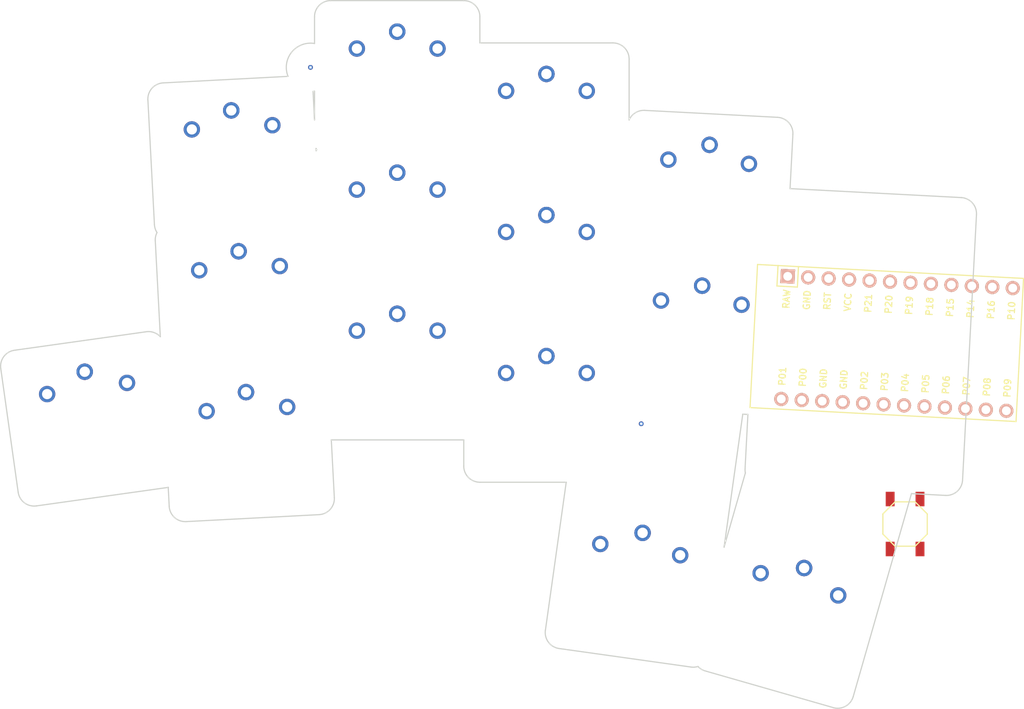
<source format=kicad_pcb>

            
(kicad_pcb (version 20171130) (host pcbnew 5.1.6)

  (page A3)
  (title_block
    (title ptk)
    (rev 0.4)
    (company jcmkk3)
  )

  (general
    (thickness 1.6)
  )

  (layers
    (0 F.Cu signal)
    (31 B.Cu signal)
    (32 B.Adhes user)
    (33 F.Adhes user)
    (34 B.Paste user)
    (35 F.Paste user)
    (36 B.SilkS user)
    (37 F.SilkS user)
    (38 B.Mask user)
    (39 F.Mask user)
    (40 Dwgs.User user)
    (41 Cmts.User user)
    (42 Eco1.User user)
    (43 Eco2.User user)
    (44 Edge.Cuts user)
    (45 Margin user)
    (46 B.CrtYd user)
    (47 F.CrtYd user)
    (48 B.Fab user)
    (49 F.Fab user)
  )

  (setup
    (last_trace_width 0.25)
    (trace_clearance 0.2)
    (zone_clearance 0.508)
    (zone_45_only no)
    (trace_min 0.2)
    (via_size 0.8)
    (via_drill 0.4)
    (via_min_size 0.4)
    (via_min_drill 0.3)
    (uvia_size 0.3)
    (uvia_drill 0.1)
    (uvias_allowed no)
    (uvia_min_size 0.2)
    (uvia_min_drill 0.1)
    (edge_width 0.05)
    (segment_width 0.2)
    (pcb_text_width 0.3)
    (pcb_text_size 1.5 1.5)
    (mod_edge_width 0.12)
    (mod_text_size 1 1)
    (mod_text_width 0.15)
    (pad_size 1.524 1.524)
    (pad_drill 0.762)
    (pad_to_mask_clearance 0.05)
    (aux_axis_origin 0 0)
    (visible_elements FFFFFF7F)
    (pcbplotparams
      (layerselection 0x010fc_ffffffff)
      (usegerberextensions false)
      (usegerberattributes true)
      (usegerberadvancedattributes true)
      (creategerberjobfile true)
      (excludeedgelayer true)
      (linewidth 0.100000)
      (plotframeref false)
      (viasonmask false)
      (mode 1)
      (useauxorigin false)
      (hpglpennumber 1)
      (hpglpenspeed 20)
      (hpglpendiameter 15.000000)
      (psnegative false)
      (psa4output false)
      (plotreference true)
      (plotvalue true)
      (plotinvisibletext false)
      (padsonsilk false)
      (subtractmaskfromsilk false)
      (outputformat 1)
      (mirror false)
      (drillshape 1)
      (scaleselection 1)
      (outputdirectory ""))
  )

            (net 0 "")
(net 1 "GND")
(net 2 "matrix_pinky_home")
(net 3 "matrix_ring_bottom")
(net 4 "matrix_ring_home")
(net 5 "matrix_ring_top")
(net 6 "matrix_middle_bottom")
(net 7 "matrix_middle_home")
(net 8 "matrix_middle_top")
(net 9 "matrix_index_bottom")
(net 10 "matrix_index_home")
(net 11 "matrix_index_top")
(net 12 "matrix_inner_home")
(net 13 "matrix_inner_top")
(net 14 "thumb_tucky")
(net 15 "thumb_reachy")
(net 16 "RAW")
(net 17 "RST")
(net 18 "VCC")
(net 19 "matrix_pinky_top")
(net 20 "P1")
(net 21 "P0")
(net 22 "P2")
            
  (net_class Default "This is the default net class."
    (clearance 0.2)
    (trace_width 0.25)
    (via_dia 0.8)
    (via_drill 0.4)
    (uvia_dia 0.3)
    (uvia_drill 0.1)
    (add_net "")
(add_net "GND")
(add_net "matrix_pinky_home")
(add_net "matrix_ring_bottom")
(add_net "matrix_ring_home")
(add_net "matrix_ring_top")
(add_net "matrix_middle_bottom")
(add_net "matrix_middle_home")
(add_net "matrix_middle_top")
(add_net "matrix_index_bottom")
(add_net "matrix_index_home")
(add_net "matrix_index_top")
(add_net "matrix_inner_home")
(add_net "matrix_inner_top")
(add_net "thumb_tucky")
(add_net "thumb_reachy")
(add_net "RAW")
(add_net "RST")
(add_net "VCC")
(add_net "matrix_pinky_top")
(add_net "P1")
(add_net "P0")
(add_net "P2")
  )

            
        
      (module PG1350 (layer F.Cu) (tedit 5DD50112)
      (at 171.1558392 140.042596 8)

      
      (fp_text reference "S1" (at 0 0) (layer F.SilkS) hide (effects (font (size 1.27 1.27) (thickness 0.15))))
      (fp_text value "" (at 0 0) (layer F.SilkS) hide (effects (font (size 1.27 1.27) (thickness 0.15))))

      
      (fp_line (start -7 -6) (end -7 -7) (layer Dwgs.User) (width 0.15))
      (fp_line (start -7 7) (end -6 7) (layer Dwgs.User) (width 0.15))
      (fp_line (start -6 -7) (end -7 -7) (layer Dwgs.User) (width 0.15))
      (fp_line (start -7 7) (end -7 6) (layer Dwgs.User) (width 0.15))
      (fp_line (start 7 6) (end 7 7) (layer Dwgs.User) (width 0.15))
      (fp_line (start 7 -7) (end 6 -7) (layer Dwgs.User) (width 0.15))
      (fp_line (start 6 7) (end 7 7) (layer Dwgs.User) (width 0.15))
      (fp_line (start 7 -7) (end 7 -6) (layer Dwgs.User) (width 0.15))      
      
      
      (pad "" np_thru_hole circle (at 0 0) (size 3.429 3.429) (drill 3.429) (layers *.Cu *.Mask))
        
      
      (pad "" np_thru_hole circle (at 5.5 0) (size 1.7018 1.7018) (drill 1.7018) (layers *.Cu *.Mask))
      (pad "" np_thru_hole circle (at -5.5 0) (size 1.7018 1.7018) (drill 1.7018) (layers *.Cu *.Mask))
      
        
      
      (fp_line (start -9 -8.5) (end 9 -8.5) (layer Dwgs.User) (width 0.15))
      (fp_line (start 9 -8.5) (end 9 8.5) (layer Dwgs.User) (width 0.15))
      (fp_line (start 9 8.5) (end -9 8.5) (layer Dwgs.User) (width 0.15))
      (fp_line (start -9 8.5) (end -9 -8.5) (layer Dwgs.User) (width 0.15))
      
        
            
            (pad 1 thru_hole circle (at 5 -3.8) (size 2.032 2.032) (drill 1.27) (layers *.Cu *.Mask) (net 1 "GND"))
            (pad 2 thru_hole circle (at 0 -5.9) (size 2.032 2.032) (drill 1.27) (layers *.Cu *.Mask) (net 2 "matrix_pinky_home"))
          
        
            
            (pad 1 thru_hole circle (at -5 -3.8) (size 2.032 2.032) (drill 1.27) (layers *.Cu *.Mask) (net 1 "GND"))
            (pad 2 thru_hole circle (at -0 -5.9) (size 2.032 2.032) (drill 1.27) (layers *.Cu *.Mask) (net 2 "matrix_pinky_home"))
          )
        

        
      (module PG1350 (layer F.Cu) (tedit 5DD50112)
      (at 190.640643 142.6249937 3)

      
      (fp_text reference "S2" (at 0 0) (layer F.SilkS) hide (effects (font (size 1.27 1.27) (thickness 0.15))))
      (fp_text value "" (at 0 0) (layer F.SilkS) hide (effects (font (size 1.27 1.27) (thickness 0.15))))

      
      (fp_line (start -7 -6) (end -7 -7) (layer Dwgs.User) (width 0.15))
      (fp_line (start -7 7) (end -6 7) (layer Dwgs.User) (width 0.15))
      (fp_line (start -6 -7) (end -7 -7) (layer Dwgs.User) (width 0.15))
      (fp_line (start -7 7) (end -7 6) (layer Dwgs.User) (width 0.15))
      (fp_line (start 7 6) (end 7 7) (layer Dwgs.User) (width 0.15))
      (fp_line (start 7 -7) (end 6 -7) (layer Dwgs.User) (width 0.15))
      (fp_line (start 6 7) (end 7 7) (layer Dwgs.User) (width 0.15))
      (fp_line (start 7 -7) (end 7 -6) (layer Dwgs.User) (width 0.15))      
      
      
      (pad "" np_thru_hole circle (at 0 0) (size 3.429 3.429) (drill 3.429) (layers *.Cu *.Mask))
        
      
      (pad "" np_thru_hole circle (at 5.5 0) (size 1.7018 1.7018) (drill 1.7018) (layers *.Cu *.Mask))
      (pad "" np_thru_hole circle (at -5.5 0) (size 1.7018 1.7018) (drill 1.7018) (layers *.Cu *.Mask))
      
        
      
      (fp_line (start -9 -8.5) (end 9 -8.5) (layer Dwgs.User) (width 0.15))
      (fp_line (start 9 -8.5) (end 9 8.5) (layer Dwgs.User) (width 0.15))
      (fp_line (start 9 8.5) (end -9 8.5) (layer Dwgs.User) (width 0.15))
      (fp_line (start -9 8.5) (end -9 -8.5) (layer Dwgs.User) (width 0.15))
      
        
            
            (pad 1 thru_hole circle (at 5 -3.8) (size 2.032 2.032) (drill 1.27) (layers *.Cu *.Mask) (net 1 "GND"))
            (pad 2 thru_hole circle (at 0 -5.9) (size 2.032 2.032) (drill 1.27) (layers *.Cu *.Mask) (net 3 "matrix_ring_bottom"))
          
        
            
            (pad 1 thru_hole circle (at -5 -3.8) (size 2.032 2.032) (drill 1.27) (layers *.Cu *.Mask) (net 1 "GND"))
            (pad 2 thru_hole circle (at -0 -5.9) (size 2.032 2.032) (drill 1.27) (layers *.Cu *.Mask) (net 3 "matrix_ring_bottom"))
          )
        

        
      (module PG1350 (layer F.Cu) (tedit 5DD50112)
      (at 189.7247637 125.1489768 3)

      
      (fp_text reference "S3" (at 0 0) (layer F.SilkS) hide (effects (font (size 1.27 1.27) (thickness 0.15))))
      (fp_text value "" (at 0 0) (layer F.SilkS) hide (effects (font (size 1.27 1.27) (thickness 0.15))))

      
      (fp_line (start -7 -6) (end -7 -7) (layer Dwgs.User) (width 0.15))
      (fp_line (start -7 7) (end -6 7) (layer Dwgs.User) (width 0.15))
      (fp_line (start -6 -7) (end -7 -7) (layer Dwgs.User) (width 0.15))
      (fp_line (start -7 7) (end -7 6) (layer Dwgs.User) (width 0.15))
      (fp_line (start 7 6) (end 7 7) (layer Dwgs.User) (width 0.15))
      (fp_line (start 7 -7) (end 6 -7) (layer Dwgs.User) (width 0.15))
      (fp_line (start 6 7) (end 7 7) (layer Dwgs.User) (width 0.15))
      (fp_line (start 7 -7) (end 7 -6) (layer Dwgs.User) (width 0.15))      
      
      
      (pad "" np_thru_hole circle (at 0 0) (size 3.429 3.429) (drill 3.429) (layers *.Cu *.Mask))
        
      
      (pad "" np_thru_hole circle (at 5.5 0) (size 1.7018 1.7018) (drill 1.7018) (layers *.Cu *.Mask))
      (pad "" np_thru_hole circle (at -5.5 0) (size 1.7018 1.7018) (drill 1.7018) (layers *.Cu *.Mask))
      
        
      
      (fp_line (start -9 -8.5) (end 9 -8.5) (layer Dwgs.User) (width 0.15))
      (fp_line (start 9 -8.5) (end 9 8.5) (layer Dwgs.User) (width 0.15))
      (fp_line (start 9 8.5) (end -9 8.5) (layer Dwgs.User) (width 0.15))
      (fp_line (start -9 8.5) (end -9 -8.5) (layer Dwgs.User) (width 0.15))
      
        
            
            (pad 1 thru_hole circle (at 5 -3.8) (size 2.032 2.032) (drill 1.27) (layers *.Cu *.Mask) (net 1 "GND"))
            (pad 2 thru_hole circle (at 0 -5.9) (size 2.032 2.032) (drill 1.27) (layers *.Cu *.Mask) (net 4 "matrix_ring_home"))
          
        
            
            (pad 1 thru_hole circle (at -5 -3.8) (size 2.032 2.032) (drill 1.27) (layers *.Cu *.Mask) (net 1 "GND"))
            (pad 2 thru_hole circle (at -0 -5.9) (size 2.032 2.032) (drill 1.27) (layers *.Cu *.Mask) (net 4 "matrix_ring_home"))
          )
        

        
      (module PG1350 (layer F.Cu) (tedit 5DD50112)
      (at 188.8088845 107.67296 3)

      
      (fp_text reference "S4" (at 0 0) (layer F.SilkS) hide (effects (font (size 1.27 1.27) (thickness 0.15))))
      (fp_text value "" (at 0 0) (layer F.SilkS) hide (effects (font (size 1.27 1.27) (thickness 0.15))))

      
      (fp_line (start -7 -6) (end -7 -7) (layer Dwgs.User) (width 0.15))
      (fp_line (start -7 7) (end -6 7) (layer Dwgs.User) (width 0.15))
      (fp_line (start -6 -7) (end -7 -7) (layer Dwgs.User) (width 0.15))
      (fp_line (start -7 7) (end -7 6) (layer Dwgs.User) (width 0.15))
      (fp_line (start 7 6) (end 7 7) (layer Dwgs.User) (width 0.15))
      (fp_line (start 7 -7) (end 6 -7) (layer Dwgs.User) (width 0.15))
      (fp_line (start 6 7) (end 7 7) (layer Dwgs.User) (width 0.15))
      (fp_line (start 7 -7) (end 7 -6) (layer Dwgs.User) (width 0.15))      
      
      
      (pad "" np_thru_hole circle (at 0 0) (size 3.429 3.429) (drill 3.429) (layers *.Cu *.Mask))
        
      
      (pad "" np_thru_hole circle (at 5.5 0) (size 1.7018 1.7018) (drill 1.7018) (layers *.Cu *.Mask))
      (pad "" np_thru_hole circle (at -5.5 0) (size 1.7018 1.7018) (drill 1.7018) (layers *.Cu *.Mask))
      
        
      
      (fp_line (start -9 -8.5) (end 9 -8.5) (layer Dwgs.User) (width 0.15))
      (fp_line (start 9 -8.5) (end 9 8.5) (layer Dwgs.User) (width 0.15))
      (fp_line (start 9 8.5) (end -9 8.5) (layer Dwgs.User) (width 0.15))
      (fp_line (start -9 8.5) (end -9 -8.5) (layer Dwgs.User) (width 0.15))
      
        
            
            (pad 1 thru_hole circle (at 5 -3.8) (size 2.032 2.032) (drill 1.27) (layers *.Cu *.Mask) (net 1 "GND"))
            (pad 2 thru_hole circle (at 0 -5.9) (size 2.032 2.032) (drill 1.27) (layers *.Cu *.Mask) (net 5 "matrix_ring_top"))
          
        
            
            (pad 1 thru_hole circle (at -5 -3.8) (size 2.032 2.032) (drill 1.27) (layers *.Cu *.Mask) (net 1 "GND"))
            (pad 2 thru_hole circle (at -0 -5.9) (size 2.032 2.032) (drill 1.27) (layers *.Cu *.Mask) (net 5 "matrix_ring_top"))
          )
        

        
      (module PG1350 (layer F.Cu) (tedit 5DD50112)
      (at 209.0760375 132.9078063 0)

      
      (fp_text reference "S5" (at 0 0) (layer F.SilkS) hide (effects (font (size 1.27 1.27) (thickness 0.15))))
      (fp_text value "" (at 0 0) (layer F.SilkS) hide (effects (font (size 1.27 1.27) (thickness 0.15))))

      
      (fp_line (start -7 -6) (end -7 -7) (layer Dwgs.User) (width 0.15))
      (fp_line (start -7 7) (end -6 7) (layer Dwgs.User) (width 0.15))
      (fp_line (start -6 -7) (end -7 -7) (layer Dwgs.User) (width 0.15))
      (fp_line (start -7 7) (end -7 6) (layer Dwgs.User) (width 0.15))
      (fp_line (start 7 6) (end 7 7) (layer Dwgs.User) (width 0.15))
      (fp_line (start 7 -7) (end 6 -7) (layer Dwgs.User) (width 0.15))
      (fp_line (start 6 7) (end 7 7) (layer Dwgs.User) (width 0.15))
      (fp_line (start 7 -7) (end 7 -6) (layer Dwgs.User) (width 0.15))      
      
      
      (pad "" np_thru_hole circle (at 0 0) (size 3.429 3.429) (drill 3.429) (layers *.Cu *.Mask))
        
      
      (pad "" np_thru_hole circle (at 5.5 0) (size 1.7018 1.7018) (drill 1.7018) (layers *.Cu *.Mask))
      (pad "" np_thru_hole circle (at -5.5 0) (size 1.7018 1.7018) (drill 1.7018) (layers *.Cu *.Mask))
      
        
      
      (fp_line (start -9 -8.5) (end 9 -8.5) (layer Dwgs.User) (width 0.15))
      (fp_line (start 9 -8.5) (end 9 8.5) (layer Dwgs.User) (width 0.15))
      (fp_line (start 9 8.5) (end -9 8.5) (layer Dwgs.User) (width 0.15))
      (fp_line (start -9 8.5) (end -9 -8.5) (layer Dwgs.User) (width 0.15))
      
        
            
            (pad 1 thru_hole circle (at 5 -3.8) (size 2.032 2.032) (drill 1.27) (layers *.Cu *.Mask) (net 1 "GND"))
            (pad 2 thru_hole circle (at 0 -5.9) (size 2.032 2.032) (drill 1.27) (layers *.Cu *.Mask) (net 6 "matrix_middle_bottom"))
          
        
            
            (pad 1 thru_hole circle (at -5 -3.8) (size 2.032 2.032) (drill 1.27) (layers *.Cu *.Mask) (net 1 "GND"))
            (pad 2 thru_hole circle (at -0 -5.9) (size 2.032 2.032) (drill 1.27) (layers *.Cu *.Mask) (net 6 "matrix_middle_bottom"))
          )
        

        
      (module PG1350 (layer F.Cu) (tedit 5DD50112)
      (at 209.0760375 115.4078063 0)

      
      (fp_text reference "S6" (at 0 0) (layer F.SilkS) hide (effects (font (size 1.27 1.27) (thickness 0.15))))
      (fp_text value "" (at 0 0) (layer F.SilkS) hide (effects (font (size 1.27 1.27) (thickness 0.15))))

      
      (fp_line (start -7 -6) (end -7 -7) (layer Dwgs.User) (width 0.15))
      (fp_line (start -7 7) (end -6 7) (layer Dwgs.User) (width 0.15))
      (fp_line (start -6 -7) (end -7 -7) (layer Dwgs.User) (width 0.15))
      (fp_line (start -7 7) (end -7 6) (layer Dwgs.User) (width 0.15))
      (fp_line (start 7 6) (end 7 7) (layer Dwgs.User) (width 0.15))
      (fp_line (start 7 -7) (end 6 -7) (layer Dwgs.User) (width 0.15))
      (fp_line (start 6 7) (end 7 7) (layer Dwgs.User) (width 0.15))
      (fp_line (start 7 -7) (end 7 -6) (layer Dwgs.User) (width 0.15))      
      
      
      (pad "" np_thru_hole circle (at 0 0) (size 3.429 3.429) (drill 3.429) (layers *.Cu *.Mask))
        
      
      (pad "" np_thru_hole circle (at 5.5 0) (size 1.7018 1.7018) (drill 1.7018) (layers *.Cu *.Mask))
      (pad "" np_thru_hole circle (at -5.5 0) (size 1.7018 1.7018) (drill 1.7018) (layers *.Cu *.Mask))
      
        
      
      (fp_line (start -9 -8.5) (end 9 -8.5) (layer Dwgs.User) (width 0.15))
      (fp_line (start 9 -8.5) (end 9 8.5) (layer Dwgs.User) (width 0.15))
      (fp_line (start 9 8.5) (end -9 8.5) (layer Dwgs.User) (width 0.15))
      (fp_line (start -9 8.5) (end -9 -8.5) (layer Dwgs.User) (width 0.15))
      
        
            
            (pad 1 thru_hole circle (at 5 -3.8) (size 2.032 2.032) (drill 1.27) (layers *.Cu *.Mask) (net 1 "GND"))
            (pad 2 thru_hole circle (at 0 -5.9) (size 2.032 2.032) (drill 1.27) (layers *.Cu *.Mask) (net 7 "matrix_middle_home"))
          
        
            
            (pad 1 thru_hole circle (at -5 -3.8) (size 2.032 2.032) (drill 1.27) (layers *.Cu *.Mask) (net 1 "GND"))
            (pad 2 thru_hole circle (at -0 -5.9) (size 2.032 2.032) (drill 1.27) (layers *.Cu *.Mask) (net 7 "matrix_middle_home"))
          )
        

        
      (module PG1350 (layer F.Cu) (tedit 5DD50112)
      (at 209.0760375 97.9078063 0)

      
      (fp_text reference "S7" (at 0 0) (layer F.SilkS) hide (effects (font (size 1.27 1.27) (thickness 0.15))))
      (fp_text value "" (at 0 0) (layer F.SilkS) hide (effects (font (size 1.27 1.27) (thickness 0.15))))

      
      (fp_line (start -7 -6) (end -7 -7) (layer Dwgs.User) (width 0.15))
      (fp_line (start -7 7) (end -6 7) (layer Dwgs.User) (width 0.15))
      (fp_line (start -6 -7) (end -7 -7) (layer Dwgs.User) (width 0.15))
      (fp_line (start -7 7) (end -7 6) (layer Dwgs.User) (width 0.15))
      (fp_line (start 7 6) (end 7 7) (layer Dwgs.User) (width 0.15))
      (fp_line (start 7 -7) (end 6 -7) (layer Dwgs.User) (width 0.15))
      (fp_line (start 6 7) (end 7 7) (layer Dwgs.User) (width 0.15))
      (fp_line (start 7 -7) (end 7 -6) (layer Dwgs.User) (width 0.15))      
      
      
      (pad "" np_thru_hole circle (at 0 0) (size 3.429 3.429) (drill 3.429) (layers *.Cu *.Mask))
        
      
      (pad "" np_thru_hole circle (at 5.5 0) (size 1.7018 1.7018) (drill 1.7018) (layers *.Cu *.Mask))
      (pad "" np_thru_hole circle (at -5.5 0) (size 1.7018 1.7018) (drill 1.7018) (layers *.Cu *.Mask))
      
        
      
      (fp_line (start -9 -8.5) (end 9 -8.5) (layer Dwgs.User) (width 0.15))
      (fp_line (start 9 -8.5) (end 9 8.5) (layer Dwgs.User) (width 0.15))
      (fp_line (start 9 8.5) (end -9 8.5) (layer Dwgs.User) (width 0.15))
      (fp_line (start -9 8.5) (end -9 -8.5) (layer Dwgs.User) (width 0.15))
      
        
            
            (pad 1 thru_hole circle (at 5 -3.8) (size 2.032 2.032) (drill 1.27) (layers *.Cu *.Mask) (net 1 "GND"))
            (pad 2 thru_hole circle (at 0 -5.9) (size 2.032 2.032) (drill 1.27) (layers *.Cu *.Mask) (net 8 "matrix_middle_top"))
          
        
            
            (pad 1 thru_hole circle (at -5 -3.8) (size 2.032 2.032) (drill 1.27) (layers *.Cu *.Mask) (net 1 "GND"))
            (pad 2 thru_hole circle (at -0 -5.9) (size 2.032 2.032) (drill 1.27) (layers *.Cu *.Mask) (net 8 "matrix_middle_top"))
          )
        

        
      (module PG1350 (layer F.Cu) (tedit 5DD50112)
      (at 227.5760374 138.1578063 0)

      
      (fp_text reference "S8" (at 0 0) (layer F.SilkS) hide (effects (font (size 1.27 1.27) (thickness 0.15))))
      (fp_text value "" (at 0 0) (layer F.SilkS) hide (effects (font (size 1.27 1.27) (thickness 0.15))))

      
      (fp_line (start -7 -6) (end -7 -7) (layer Dwgs.User) (width 0.15))
      (fp_line (start -7 7) (end -6 7) (layer Dwgs.User) (width 0.15))
      (fp_line (start -6 -7) (end -7 -7) (layer Dwgs.User) (width 0.15))
      (fp_line (start -7 7) (end -7 6) (layer Dwgs.User) (width 0.15))
      (fp_line (start 7 6) (end 7 7) (layer Dwgs.User) (width 0.15))
      (fp_line (start 7 -7) (end 6 -7) (layer Dwgs.User) (width 0.15))
      (fp_line (start 6 7) (end 7 7) (layer Dwgs.User) (width 0.15))
      (fp_line (start 7 -7) (end 7 -6) (layer Dwgs.User) (width 0.15))      
      
      
      (pad "" np_thru_hole circle (at 0 0) (size 3.429 3.429) (drill 3.429) (layers *.Cu *.Mask))
        
      
      (pad "" np_thru_hole circle (at 5.5 0) (size 1.7018 1.7018) (drill 1.7018) (layers *.Cu *.Mask))
      (pad "" np_thru_hole circle (at -5.5 0) (size 1.7018 1.7018) (drill 1.7018) (layers *.Cu *.Mask))
      
        
      
      (fp_line (start -9 -8.5) (end 9 -8.5) (layer Dwgs.User) (width 0.15))
      (fp_line (start 9 -8.5) (end 9 8.5) (layer Dwgs.User) (width 0.15))
      (fp_line (start 9 8.5) (end -9 8.5) (layer Dwgs.User) (width 0.15))
      (fp_line (start -9 8.5) (end -9 -8.5) (layer Dwgs.User) (width 0.15))
      
        
            
            (pad 1 thru_hole circle (at 5 -3.8) (size 2.032 2.032) (drill 1.27) (layers *.Cu *.Mask) (net 1 "GND"))
            (pad 2 thru_hole circle (at 0 -5.9) (size 2.032 2.032) (drill 1.27) (layers *.Cu *.Mask) (net 9 "matrix_index_bottom"))
          
        
            
            (pad 1 thru_hole circle (at -5 -3.8) (size 2.032 2.032) (drill 1.27) (layers *.Cu *.Mask) (net 1 "GND"))
            (pad 2 thru_hole circle (at -0 -5.9) (size 2.032 2.032) (drill 1.27) (layers *.Cu *.Mask) (net 9 "matrix_index_bottom"))
          )
        

        
      (module PG1350 (layer F.Cu) (tedit 5DD50112)
      (at 227.5760374 120.6578063 0)

      
      (fp_text reference "S9" (at 0 0) (layer F.SilkS) hide (effects (font (size 1.27 1.27) (thickness 0.15))))
      (fp_text value "" (at 0 0) (layer F.SilkS) hide (effects (font (size 1.27 1.27) (thickness 0.15))))

      
      (fp_line (start -7 -6) (end -7 -7) (layer Dwgs.User) (width 0.15))
      (fp_line (start -7 7) (end -6 7) (layer Dwgs.User) (width 0.15))
      (fp_line (start -6 -7) (end -7 -7) (layer Dwgs.User) (width 0.15))
      (fp_line (start -7 7) (end -7 6) (layer Dwgs.User) (width 0.15))
      (fp_line (start 7 6) (end 7 7) (layer Dwgs.User) (width 0.15))
      (fp_line (start 7 -7) (end 6 -7) (layer Dwgs.User) (width 0.15))
      (fp_line (start 6 7) (end 7 7) (layer Dwgs.User) (width 0.15))
      (fp_line (start 7 -7) (end 7 -6) (layer Dwgs.User) (width 0.15))      
      
      
      (pad "" np_thru_hole circle (at 0 0) (size 3.429 3.429) (drill 3.429) (layers *.Cu *.Mask))
        
      
      (pad "" np_thru_hole circle (at 5.5 0) (size 1.7018 1.7018) (drill 1.7018) (layers *.Cu *.Mask))
      (pad "" np_thru_hole circle (at -5.5 0) (size 1.7018 1.7018) (drill 1.7018) (layers *.Cu *.Mask))
      
        
      
      (fp_line (start -9 -8.5) (end 9 -8.5) (layer Dwgs.User) (width 0.15))
      (fp_line (start 9 -8.5) (end 9 8.5) (layer Dwgs.User) (width 0.15))
      (fp_line (start 9 8.5) (end -9 8.5) (layer Dwgs.User) (width 0.15))
      (fp_line (start -9 8.5) (end -9 -8.5) (layer Dwgs.User) (width 0.15))
      
        
            
            (pad 1 thru_hole circle (at 5 -3.8) (size 2.032 2.032) (drill 1.27) (layers *.Cu *.Mask) (net 1 "GND"))
            (pad 2 thru_hole circle (at 0 -5.9) (size 2.032 2.032) (drill 1.27) (layers *.Cu *.Mask) (net 10 "matrix_index_home"))
          
        
            
            (pad 1 thru_hole circle (at -5 -3.8) (size 2.032 2.032) (drill 1.27) (layers *.Cu *.Mask) (net 1 "GND"))
            (pad 2 thru_hole circle (at -0 -5.9) (size 2.032 2.032) (drill 1.27) (layers *.Cu *.Mask) (net 10 "matrix_index_home"))
          )
        

        
      (module PG1350 (layer F.Cu) (tedit 5DD50112)
      (at 227.5760374 103.1578063 0)

      
      (fp_text reference "S10" (at 0 0) (layer F.SilkS) hide (effects (font (size 1.27 1.27) (thickness 0.15))))
      (fp_text value "" (at 0 0) (layer F.SilkS) hide (effects (font (size 1.27 1.27) (thickness 0.15))))

      
      (fp_line (start -7 -6) (end -7 -7) (layer Dwgs.User) (width 0.15))
      (fp_line (start -7 7) (end -6 7) (layer Dwgs.User) (width 0.15))
      (fp_line (start -6 -7) (end -7 -7) (layer Dwgs.User) (width 0.15))
      (fp_line (start -7 7) (end -7 6) (layer Dwgs.User) (width 0.15))
      (fp_line (start 7 6) (end 7 7) (layer Dwgs.User) (width 0.15))
      (fp_line (start 7 -7) (end 6 -7) (layer Dwgs.User) (width 0.15))
      (fp_line (start 6 7) (end 7 7) (layer Dwgs.User) (width 0.15))
      (fp_line (start 7 -7) (end 7 -6) (layer Dwgs.User) (width 0.15))      
      
      
      (pad "" np_thru_hole circle (at 0 0) (size 3.429 3.429) (drill 3.429) (layers *.Cu *.Mask))
        
      
      (pad "" np_thru_hole circle (at 5.5 0) (size 1.7018 1.7018) (drill 1.7018) (layers *.Cu *.Mask))
      (pad "" np_thru_hole circle (at -5.5 0) (size 1.7018 1.7018) (drill 1.7018) (layers *.Cu *.Mask))
      
        
      
      (fp_line (start -9 -8.5) (end 9 -8.5) (layer Dwgs.User) (width 0.15))
      (fp_line (start 9 -8.5) (end 9 8.5) (layer Dwgs.User) (width 0.15))
      (fp_line (start 9 8.5) (end -9 8.5) (layer Dwgs.User) (width 0.15))
      (fp_line (start -9 8.5) (end -9 -8.5) (layer Dwgs.User) (width 0.15))
      
        
            
            (pad 1 thru_hole circle (at 5 -3.8) (size 2.032 2.032) (drill 1.27) (layers *.Cu *.Mask) (net 1 "GND"))
            (pad 2 thru_hole circle (at 0 -5.9) (size 2.032 2.032) (drill 1.27) (layers *.Cu *.Mask) (net 11 "matrix_index_top"))
          
        
            
            (pad 1 thru_hole circle (at -5 -3.8) (size 2.032 2.032) (drill 1.27) (layers *.Cu *.Mask) (net 1 "GND"))
            (pad 2 thru_hole circle (at -0 -5.9) (size 2.032 2.032) (drill 1.27) (layers *.Cu *.Mask) (net 11 "matrix_index_top"))
          )
        

        
      (module PG1350 (layer F.Cu) (tedit 5DD50112)
      (at 246.573229 129.4208258 -3)

      
      (fp_text reference "S11" (at 0 0) (layer F.SilkS) hide (effects (font (size 1.27 1.27) (thickness 0.15))))
      (fp_text value "" (at 0 0) (layer F.SilkS) hide (effects (font (size 1.27 1.27) (thickness 0.15))))

      
      (fp_line (start -7 -6) (end -7 -7) (layer Dwgs.User) (width 0.15))
      (fp_line (start -7 7) (end -6 7) (layer Dwgs.User) (width 0.15))
      (fp_line (start -6 -7) (end -7 -7) (layer Dwgs.User) (width 0.15))
      (fp_line (start -7 7) (end -7 6) (layer Dwgs.User) (width 0.15))
      (fp_line (start 7 6) (end 7 7) (layer Dwgs.User) (width 0.15))
      (fp_line (start 7 -7) (end 6 -7) (layer Dwgs.User) (width 0.15))
      (fp_line (start 6 7) (end 7 7) (layer Dwgs.User) (width 0.15))
      (fp_line (start 7 -7) (end 7 -6) (layer Dwgs.User) (width 0.15))      
      
      
      (pad "" np_thru_hole circle (at 0 0) (size 3.429 3.429) (drill 3.429) (layers *.Cu *.Mask))
        
      
      (pad "" np_thru_hole circle (at 5.5 0) (size 1.7018 1.7018) (drill 1.7018) (layers *.Cu *.Mask))
      (pad "" np_thru_hole circle (at -5.5 0) (size 1.7018 1.7018) (drill 1.7018) (layers *.Cu *.Mask))
      
        
      
      (fp_line (start -9 -8.5) (end 9 -8.5) (layer Dwgs.User) (width 0.15))
      (fp_line (start 9 -8.5) (end 9 8.5) (layer Dwgs.User) (width 0.15))
      (fp_line (start 9 8.5) (end -9 8.5) (layer Dwgs.User) (width 0.15))
      (fp_line (start -9 8.5) (end -9 -8.5) (layer Dwgs.User) (width 0.15))
      
        
            
            (pad 1 thru_hole circle (at 5 -3.8) (size 2.032 2.032) (drill 1.27) (layers *.Cu *.Mask) (net 1 "GND"))
            (pad 2 thru_hole circle (at 0 -5.9) (size 2.032 2.032) (drill 1.27) (layers *.Cu *.Mask) (net 12 "matrix_inner_home"))
          
        
            
            (pad 1 thru_hole circle (at -5 -3.8) (size 2.032 2.032) (drill 1.27) (layers *.Cu *.Mask) (net 1 "GND"))
            (pad 2 thru_hole circle (at -0 -5.9) (size 2.032 2.032) (drill 1.27) (layers *.Cu *.Mask) (net 12 "matrix_inner_home"))
          )
        

        
      (module PG1350 (layer F.Cu) (tedit 5DD50112)
      (at 247.4891082 111.9448089 -3)

      
      (fp_text reference "S12" (at 0 0) (layer F.SilkS) hide (effects (font (size 1.27 1.27) (thickness 0.15))))
      (fp_text value "" (at 0 0) (layer F.SilkS) hide (effects (font (size 1.27 1.27) (thickness 0.15))))

      
      (fp_line (start -7 -6) (end -7 -7) (layer Dwgs.User) (width 0.15))
      (fp_line (start -7 7) (end -6 7) (layer Dwgs.User) (width 0.15))
      (fp_line (start -6 -7) (end -7 -7) (layer Dwgs.User) (width 0.15))
      (fp_line (start -7 7) (end -7 6) (layer Dwgs.User) (width 0.15))
      (fp_line (start 7 6) (end 7 7) (layer Dwgs.User) (width 0.15))
      (fp_line (start 7 -7) (end 6 -7) (layer Dwgs.User) (width 0.15))
      (fp_line (start 6 7) (end 7 7) (layer Dwgs.User) (width 0.15))
      (fp_line (start 7 -7) (end 7 -6) (layer Dwgs.User) (width 0.15))      
      
      
      (pad "" np_thru_hole circle (at 0 0) (size 3.429 3.429) (drill 3.429) (layers *.Cu *.Mask))
        
      
      (pad "" np_thru_hole circle (at 5.5 0) (size 1.7018 1.7018) (drill 1.7018) (layers *.Cu *.Mask))
      (pad "" np_thru_hole circle (at -5.5 0) (size 1.7018 1.7018) (drill 1.7018) (layers *.Cu *.Mask))
      
        
      
      (fp_line (start -9 -8.5) (end 9 -8.5) (layer Dwgs.User) (width 0.15))
      (fp_line (start 9 -8.5) (end 9 8.5) (layer Dwgs.User) (width 0.15))
      (fp_line (start 9 8.5) (end -9 8.5) (layer Dwgs.User) (width 0.15))
      (fp_line (start -9 8.5) (end -9 -8.5) (layer Dwgs.User) (width 0.15))
      
        
            
            (pad 1 thru_hole circle (at 5 -3.8) (size 2.032 2.032) (drill 1.27) (layers *.Cu *.Mask) (net 1 "GND"))
            (pad 2 thru_hole circle (at 0 -5.9) (size 2.032 2.032) (drill 1.27) (layers *.Cu *.Mask) (net 13 "matrix_inner_top"))
          
        
            
            (pad 1 thru_hole circle (at -5 -3.8) (size 2.032 2.032) (drill 1.27) (layers *.Cu *.Mask) (net 1 "GND"))
            (pad 2 thru_hole circle (at -0 -5.9) (size 2.032 2.032) (drill 1.27) (layers *.Cu *.Mask) (net 13 "matrix_inner_top"))
          )
        

        
      (module PG1350 (layer F.Cu) (tedit 5DD50112)
      (at 238.67603739999998 160.0328063 -8)

      
      (fp_text reference "S13" (at 0 0) (layer F.SilkS) hide (effects (font (size 1.27 1.27) (thickness 0.15))))
      (fp_text value "" (at 0 0) (layer F.SilkS) hide (effects (font (size 1.27 1.27) (thickness 0.15))))

      
      (fp_line (start -7 -6) (end -7 -7) (layer Dwgs.User) (width 0.15))
      (fp_line (start -7 7) (end -6 7) (layer Dwgs.User) (width 0.15))
      (fp_line (start -6 -7) (end -7 -7) (layer Dwgs.User) (width 0.15))
      (fp_line (start -7 7) (end -7 6) (layer Dwgs.User) (width 0.15))
      (fp_line (start 7 6) (end 7 7) (layer Dwgs.User) (width 0.15))
      (fp_line (start 7 -7) (end 6 -7) (layer Dwgs.User) (width 0.15))
      (fp_line (start 6 7) (end 7 7) (layer Dwgs.User) (width 0.15))
      (fp_line (start 7 -7) (end 7 -6) (layer Dwgs.User) (width 0.15))      
      
      
      (pad "" np_thru_hole circle (at 0 0) (size 3.429 3.429) (drill 3.429) (layers *.Cu *.Mask))
        
      
      (pad "" np_thru_hole circle (at 5.5 0) (size 1.7018 1.7018) (drill 1.7018) (layers *.Cu *.Mask))
      (pad "" np_thru_hole circle (at -5.5 0) (size 1.7018 1.7018) (drill 1.7018) (layers *.Cu *.Mask))
      
        
      
      (fp_line (start -9 -8.5) (end 9 -8.5) (layer Dwgs.User) (width 0.15))
      (fp_line (start 9 -8.5) (end 9 8.5) (layer Dwgs.User) (width 0.15))
      (fp_line (start 9 8.5) (end -9 8.5) (layer Dwgs.User) (width 0.15))
      (fp_line (start -9 8.5) (end -9 -8.5) (layer Dwgs.User) (width 0.15))
      
        
            
            (pad 1 thru_hole circle (at 5 -3.8) (size 2.032 2.032) (drill 1.27) (layers *.Cu *.Mask) (net 1 "GND"))
            (pad 2 thru_hole circle (at 0 -5.9) (size 2.032 2.032) (drill 1.27) (layers *.Cu *.Mask) (net 14 "thumb_tucky"))
          
        
            
            (pad 1 thru_hole circle (at -5 -3.8) (size 2.032 2.032) (drill 1.27) (layers *.Cu *.Mask) (net 1 "GND"))
            (pad 2 thru_hole circle (at -0 -5.9) (size 2.032 2.032) (drill 1.27) (layers *.Cu *.Mask) (net 14 "thumb_tucky"))
          )
        

        
      (module PG1350 (layer F.Cu) (tedit 5DD50112)
      (at 257.8928683 164.22593500000002 -16)

      
      (fp_text reference "S14" (at 0 0) (layer F.SilkS) hide (effects (font (size 1.27 1.27) (thickness 0.15))))
      (fp_text value "" (at 0 0) (layer F.SilkS) hide (effects (font (size 1.27 1.27) (thickness 0.15))))

      
      (fp_line (start -7 -6) (end -7 -7) (layer Dwgs.User) (width 0.15))
      (fp_line (start -7 7) (end -6 7) (layer Dwgs.User) (width 0.15))
      (fp_line (start -6 -7) (end -7 -7) (layer Dwgs.User) (width 0.15))
      (fp_line (start -7 7) (end -7 6) (layer Dwgs.User) (width 0.15))
      (fp_line (start 7 6) (end 7 7) (layer Dwgs.User) (width 0.15))
      (fp_line (start 7 -7) (end 6 -7) (layer Dwgs.User) (width 0.15))
      (fp_line (start 6 7) (end 7 7) (layer Dwgs.User) (width 0.15))
      (fp_line (start 7 -7) (end 7 -6) (layer Dwgs.User) (width 0.15))      
      
      
      (pad "" np_thru_hole circle (at 0 0) (size 3.429 3.429) (drill 3.429) (layers *.Cu *.Mask))
        
      
      (pad "" np_thru_hole circle (at 5.5 0) (size 1.7018 1.7018) (drill 1.7018) (layers *.Cu *.Mask))
      (pad "" np_thru_hole circle (at -5.5 0) (size 1.7018 1.7018) (drill 1.7018) (layers *.Cu *.Mask))
      
        
      
      (fp_line (start -9 -8.5) (end 9 -8.5) (layer Dwgs.User) (width 0.15))
      (fp_line (start 9 -8.5) (end 9 8.5) (layer Dwgs.User) (width 0.15))
      (fp_line (start 9 8.5) (end -9 8.5) (layer Dwgs.User) (width 0.15))
      (fp_line (start -9 8.5) (end -9 -8.5) (layer Dwgs.User) (width 0.15))
      
        
            
            (pad 1 thru_hole circle (at 5 -3.8) (size 2.032 2.032) (drill 1.27) (layers *.Cu *.Mask) (net 1 "GND"))
            (pad 2 thru_hole circle (at 0 -5.9) (size 2.032 2.032) (drill 1.27) (layers *.Cu *.Mask) (net 15 "thumb_reachy"))
          
        
            
            (pad 1 thru_hole circle (at -5 -3.8) (size 2.032 2.032) (drill 1.27) (layers *.Cu *.Mask) (net 1 "GND"))
            (pad 2 thru_hole circle (at -0 -5.9) (size 2.032 2.032) (drill 1.27) (layers *.Cu *.Mask) (net 15 "thumb_reachy"))
          )
        

        
      (module ProMicro (layer F.Cu) (tedit 5B307E4C)
      (at 271.03965259999995 130.70305669999996 -3)

      
      (fp_text reference "MCU1" (at 0 0) (layer F.SilkS) hide (effects (font (size 1.27 1.27) (thickness 0.15))))
      (fp_text value "" (at 0 0) (layer F.SilkS) hide (effects (font (size 1.27 1.27) (thickness 0.15))))
    
      
      (fp_line (start -19.304 -3.81) (end -14.224 -3.81) (layer Dwgs.User) (width 0.15))
      (fp_line (start -19.304 3.81) (end -19.304 -3.81) (layer Dwgs.User) (width 0.15))
      (fp_line (start -14.224 3.81) (end -19.304 3.81) (layer Dwgs.User) (width 0.15))
      (fp_line (start -14.224 -3.81) (end -14.224 3.81) (layer Dwgs.User) (width 0.15))
    
      
      (fp_line (start -17.78 8.89) (end 15.24 8.89) (layer F.SilkS) (width 0.15))
      (fp_line (start 15.24 8.89) (end 15.24 -8.89) (layer F.SilkS) (width 0.15))
      (fp_line (start 15.24 -8.89) (end -17.78 -8.89) (layer F.SilkS) (width 0.15))
      (fp_line (start -17.78 -8.89) (end -17.78 8.89) (layer F.SilkS) (width 0.15))
      
        
        
        (fp_line (start -15.24 -6.35) (end -12.7 -6.35) (layer F.SilkS) (width 0.15))
        (fp_line (start -15.24 -6.35) (end -15.24 -8.89) (layer F.SilkS) (width 0.15))
        (fp_line (start -12.7 -6.35) (end -12.7 -8.89) (layer F.SilkS) (width 0.15))
      
        
        (fp_text user RAW (at -13.97 -4.8 87) (layer F.SilkS) (effects (font (size 0.8 0.8) (thickness 0.15))))
        (fp_text user GND (at -11.43 -4.8 87) (layer F.SilkS) (effects (font (size 0.8 0.8) (thickness 0.15))))
        (fp_text user RST (at -8.89 -4.8 87) (layer F.SilkS) (effects (font (size 0.8 0.8) (thickness 0.15))))
        (fp_text user VCC (at -6.35 -4.8 87) (layer F.SilkS) (effects (font (size 0.8 0.8) (thickness 0.15))))
        (fp_text user P21 (at -3.81 -4.8 87) (layer F.SilkS) (effects (font (size 0.8 0.8) (thickness 0.15))))
        (fp_text user P20 (at -1.27 -4.8 87) (layer F.SilkS) (effects (font (size 0.8 0.8) (thickness 0.15))))
        (fp_text user P19 (at 1.27 -4.8 87) (layer F.SilkS) (effects (font (size 0.8 0.8) (thickness 0.15))))
        (fp_text user P18 (at 3.81 -4.8 87) (layer F.SilkS) (effects (font (size 0.8 0.8) (thickness 0.15))))
        (fp_text user P15 (at 6.35 -4.8 87) (layer F.SilkS) (effects (font (size 0.8 0.8) (thickness 0.15))))
        (fp_text user P14 (at 8.89 -4.8 87) (layer F.SilkS) (effects (font (size 0.8 0.8) (thickness 0.15))))
        (fp_text user P16 (at 11.43 -4.8 87) (layer F.SilkS) (effects (font (size 0.8 0.8) (thickness 0.15))))
        (fp_text user P10 (at 13.97 -4.8 87) (layer F.SilkS) (effects (font (size 0.8 0.8) (thickness 0.15))))
      
        (fp_text user P01 (at -13.97 4.8 87) (layer F.SilkS) (effects (font (size 0.8 0.8) (thickness 0.15))))
        (fp_text user P00 (at -11.43 4.8 87) (layer F.SilkS) (effects (font (size 0.8 0.8) (thickness 0.15))))
        (fp_text user GND (at -8.89 4.8 87) (layer F.SilkS) (effects (font (size 0.8 0.8) (thickness 0.15))))
        (fp_text user GND (at -6.35 4.8 87) (layer F.SilkS) (effects (font (size 0.8 0.8) (thickness 0.15))))
        (fp_text user P02 (at -3.81 4.8 87) (layer F.SilkS) (effects (font (size 0.8 0.8) (thickness 0.15))))
        (fp_text user P03 (at -1.27 4.8 87) (layer F.SilkS) (effects (font (size 0.8 0.8) (thickness 0.15))))
        (fp_text user P04 (at 1.27 4.8 87) (layer F.SilkS) (effects (font (size 0.8 0.8) (thickness 0.15))))
        (fp_text user P05 (at 3.81 4.8 87) (layer F.SilkS) (effects (font (size 0.8 0.8) (thickness 0.15))))
        (fp_text user P06 (at 6.35 4.8 87) (layer F.SilkS) (effects (font (size 0.8 0.8) (thickness 0.15))))
        (fp_text user P07 (at 8.89 4.8 87) (layer F.SilkS) (effects (font (size 0.8 0.8) (thickness 0.15))))
        (fp_text user P08 (at 11.43 4.8 87) (layer F.SilkS) (effects (font (size 0.8 0.8) (thickness 0.15))))
        (fp_text user P09 (at 13.97 4.8 87) (layer F.SilkS) (effects (font (size 0.8 0.8) (thickness 0.15))))
      
        
        (pad 1 thru_hole rect (at -13.97 -7.62 -3) (size 1.7526 1.7526) (drill 1.0922) (layers *.Cu *.SilkS *.Mask) (net 16 "RAW"))
        (pad 2 thru_hole circle (at -11.43 -7.62 0) (size 1.7526 1.7526) (drill 1.0922) (layers *.Cu *.SilkS *.Mask) (net 1 "GND"))
        (pad 3 thru_hole circle (at -8.89 -7.62 0) (size 1.7526 1.7526) (drill 1.0922) (layers *.Cu *.SilkS *.Mask) (net 17 "RST"))
        (pad 4 thru_hole circle (at -6.35 -7.62 0) (size 1.7526 1.7526) (drill 1.0922) (layers *.Cu *.SilkS *.Mask) (net 18 "VCC"))
        (pad 5 thru_hole circle (at -3.81 -7.62 0) (size 1.7526 1.7526) (drill 1.0922) (layers *.Cu *.SilkS *.Mask) (net 19 "matrix_pinky_top"))
        (pad 6 thru_hole circle (at -1.27 -7.62 0) (size 1.7526 1.7526) (drill 1.0922) (layers *.Cu *.SilkS *.Mask) (net 2 "matrix_pinky_home"))
        (pad 7 thru_hole circle (at 1.27 -7.62 0) (size 1.7526 1.7526) (drill 1.0922) (layers *.Cu *.SilkS *.Mask) (net 5 "matrix_ring_top"))
        (pad 8 thru_hole circle (at 3.81 -7.62 0) (size 1.7526 1.7526) (drill 1.0922) (layers *.Cu *.SilkS *.Mask) (net 4 "matrix_ring_home"))
        (pad 9 thru_hole circle (at 6.35 -7.62 0) (size 1.7526 1.7526) (drill 1.0922) (layers *.Cu *.SilkS *.Mask) (net 3 "matrix_ring_bottom"))
        (pad 10 thru_hole circle (at 8.89 -7.62 0) (size 1.7526 1.7526) (drill 1.0922) (layers *.Cu *.SilkS *.Mask) (net 8 "matrix_middle_top"))
        (pad 11 thru_hole circle (at 11.43 -7.62 0) (size 1.7526 1.7526) (drill 1.0922) (layers *.Cu *.SilkS *.Mask) (net 7 "matrix_middle_home"))
        (pad 12 thru_hole circle (at 13.97 -7.62 0) (size 1.7526 1.7526) (drill 1.0922) (layers *.Cu *.SilkS *.Mask) (net 6 "matrix_middle_bottom"))
        
        (pad 13 thru_hole circle (at -13.97 7.62 0) (size 1.7526 1.7526) (drill 1.0922) (layers *.Cu *.SilkS *.Mask) (net 20 "P1"))
        (pad 14 thru_hole circle (at -11.43 7.62 0) (size 1.7526 1.7526) (drill 1.0922) (layers *.Cu *.SilkS *.Mask) (net 21 "P0"))
        (pad 15 thru_hole circle (at -8.89 7.62 0) (size 1.7526 1.7526) (drill 1.0922) (layers *.Cu *.SilkS *.Mask) (net 1 "GND"))
        (pad 16 thru_hole circle (at -6.35 7.62 0) (size 1.7526 1.7526) (drill 1.0922) (layers *.Cu *.SilkS *.Mask) (net 1 "GND"))
        (pad 17 thru_hole circle (at -3.81 7.62 0) (size 1.7526 1.7526) (drill 1.0922) (layers *.Cu *.SilkS *.Mask) (net 22 "P2"))
        (pad 18 thru_hole circle (at -1.27 7.62 0) (size 1.7526 1.7526) (drill 1.0922) (layers *.Cu *.SilkS *.Mask) (net 11 "matrix_index_top"))
        (pad 19 thru_hole circle (at 1.27 7.62 0) (size 1.7526 1.7526) (drill 1.0922) (layers *.Cu *.SilkS *.Mask) (net 10 "matrix_index_home"))
        (pad 20 thru_hole circle (at 3.81 7.62 0) (size 1.7526 1.7526) (drill 1.0922) (layers *.Cu *.SilkS *.Mask) (net 9 "matrix_index_bottom"))
        (pad 21 thru_hole circle (at 6.35 7.62 0) (size 1.7526 1.7526) (drill 1.0922) (layers *.Cu *.SilkS *.Mask) (net 13 "matrix_inner_top"))
        (pad 22 thru_hole circle (at 8.89 7.62 0) (size 1.7526 1.7526) (drill 1.0922) (layers *.Cu *.SilkS *.Mask) (net 12 "matrix_inner_home"))
        (pad 23 thru_hole circle (at 11.43 7.62 0) (size 1.7526 1.7526) (drill 1.0922) (layers *.Cu *.SilkS *.Mask) (net 15 "thumb_reachy"))
        (pad 24 thru_hole circle (at 13.97 7.62 0) (size 1.7526 1.7526) (drill 1.0922) (layers *.Cu *.SilkS *.Mask) (net 14 "thumb_tucky"))
      )
        

      (module VIA-0.6mm (layer F.Cu) (tedit 591DBFB0)
      (at 198.3260375 96.4383777 0)   
      
      (fp_text reference REF** (at 0 1.4) (layer F.SilkS) hide (effects (font (size 1 1) (thickness 0.15))))
      (fp_text value VIA-0.6mm (at 0 -1.4) (layer F.Fab) hide (effects (font (size 1 1) (thickness 0.15))))

      
      (pad 1 thru_hole circle (at 0 0) (size 0.6 0.6) (drill 0.3) (layers *.Cu) (zone_connect 2) (net 0 ""))
      )
    

      (module VIA-0.6mm (layer F.Cu) (tedit 591DBFB0)
      (at 239.3260374 140.6554081 0)   
      
      (fp_text reference REF** (at 0 1.4) (layer F.SilkS) hide (effects (font (size 1 1) (thickness 0.15))))
      (fp_text value VIA-0.6mm (at 0 -1.4) (layer F.Fab) hide (effects (font (size 1 1) (thickness 0.15))))

      
      (pad 1 thru_hole circle (at 0 0) (size 0.6 0.6) (drill 0.3) (layers *.Cu) (zone_connect 2) (net 0 ""))
      )
    

    
    (module E73:SW_TACT_ALPS_SKQGABE010 (layer F.Cu) (tstamp 5BF2CC94)

        (descr "Low-profile SMD Tactile Switch, https://www.e-switch.com/product-catalog/tact/product-lines/tl3342-series-low-profile-smt-tact-switch")
        (tags "SPST Tactile Switch")

        (at 272.0382821 153.09371729999998 90)
        
        (fp_text reference "B1" (at 0 0) (layer F.SilkS) hide (effects (font (size 1.27 1.27) (thickness 0.15))))
        (fp_text value "" (at 0 0) (layer F.SilkS) hide (effects (font (size 1.27 1.27) (thickness 0.15))))
        
        
        (fp_line (start 2.75 1.25) (end 1.25 2.75) (layer F.SilkS) (width 0.15))
        (fp_line (start 2.75 -1.25) (end 1.25 -2.75) (layer F.SilkS) (width 0.15))
        (fp_line (start 2.75 -1.25) (end 2.75 1.25) (layer F.SilkS) (width 0.15))
        (fp_line (start -1.25 2.75) (end 1.25 2.75) (layer F.SilkS) (width 0.15))
        (fp_line (start -1.25 -2.75) (end 1.25 -2.75) (layer F.SilkS) (width 0.15))
        (fp_line (start -2.75 1.25) (end -1.25 2.75) (layer F.SilkS) (width 0.15))
        (fp_line (start -2.75 -1.25) (end -1.25 -2.75) (layer F.SilkS) (width 0.15))
        (fp_line (start -2.75 -1.25) (end -2.75 1.25) (layer F.SilkS) (width 0.15))
        
        
        (pad 1 smd rect (at -3.1 -1.85 90) (size 1.8 1.1) (layers F.Cu F.Paste F.Mask) (net 17 "RST"))
        (pad 1 smd rect (at 3.1 -1.85 90) (size 1.8 1.1) (layers F.Cu F.Paste F.Mask) (net 17 "RST"))
        (pad 2 smd rect (at -3.1 1.85 90) (size 1.8 1.1) (layers F.Cu F.Paste F.Mask) (net 1 "GND"))
        (pad 2 smd rect (at 3.1 1.85 90) (size 1.8 1.1) (layers F.Cu F.Paste F.Mask) (net 1 "GND"))
    )
    
    
            (gr_line (start 164.3430654 150.8458878) (end 180.6824885 148.5495316) (angle 90) (layer Edge.Cuts) (width 0.15))
(gr_arc (start 180.4041423 146.5689954) (end 180.68248849999998 148.5495315) (angle -0.1315345323478141) (layer Edge.Cuts) (width 0.15))
(gr_arc (start 178.2469592 131.2198404) (end 179.7072373 129.8532432) (angle -54.898052093473545) (layer Edge.Cuts) (width 0.15))
(gr_line (start 177.968613 129.2393042) (end 161.6291899 131.5356604) (angle 90) (layer Edge.Cuts) (width 0.15))
(gr_arc (start 161.90753610000002 133.5161966) (end 161.62918990000003 131.5356605) (angle -90) (layer Edge.Cuts) (width 0.15))
(gr_line (start 159.927 133.7945428) (end 162.084183 149.1436978) (angle 90) (layer Edge.Cuts) (width 0.15))
(gr_arc (start 164.0647192 148.8653516) (end 162.08418310000002 149.14369779999998) (angle -90) (layer Edge.Cuts) (width 0.15))
(gr_line (start 182.9122249 152.7934033) (end 199.38961220000002 151.92986000000002) (angle 90) (layer Edge.Cuts) (width 0.15))
(gr_arc (start 199.28494030000002 149.932601) (end 199.38961220000002 151.9298601) (angle -90) (layer Edge.Cuts) (width 0.15))
(gr_line (start 201.28219940000002 149.827929) (end 200.90642920003523 142.65780630000017) (angle 90) (layer Edge.Cuts) (width 0.15))
(gr_line (start 180.68703449999998 148.54888730000002) (end 180.8102939 150.90081610000001) (angle 90) (layer Edge.Cuts) (width 0.15))
(gr_arc (start 182.807553 150.79614420000001) (end 180.8102939 150.90081610000001) (angle -90) (layer Edge.Cuts) (width 0.15))
(gr_arc (start 181.0804664 117.84136950000001) (end 179.2984533 116.9333885) (angle -29.999999341891083) (layer Edge.Cuts) (width 0.15))
(gr_line (start 179.0832073 117.9460415) (end 179.7072373 129.8532432) (angle 90) (layer Edge.Cuts) (width 0.15))
(gr_line (start 199.0264267 106.7852233) (end 199.0114116 106.49871830000001) (angle 90) (layer Edge.Cuts) (width 0.15))
(gr_line (start 198.8260375 102.96156894522346) (end 198.6405286 99.421848) (angle 90) (layer Edge.Cuts) (width 0.15))
(gr_line (start 195.5422703 97.55669780000001) (end 180.0599153 98.3680937) (angle 90) (layer Edge.Cuts) (width 0.15))
(gr_arc (start 180.1645872 100.3653527) (end 180.0599153 98.36809360000001) (angle -90) (layer Edge.Cuts) (width 0.15))
(gr_line (start 178.1673281 100.47002470000001) (end 178.9785354 115.9487824) (angle 90) (layer Edge.Cuts) (width 0.15))
(gr_arc (start 180.9757945 115.8441105) (end 178.9785354 115.9487824) (angle -29.99999731716815) (layer Edge.Cuts) (width 0.15))
(gr_line (start 200.90642920003523 142.6578063) (end 217.3260375 142.6578063) (angle 90) (layer Edge.Cuts) (width 0.15))
(gr_arc (start 200.8260375 107.6578063) (end 199.09398670000002 106.6578063) (angle -4.132497999969246) (layer Edge.Cuts) (width 0.15))
(gr_line (start 219.3260374 93.4078063) (end 219.3260375 90.1578063) (angle 90) (layer Edge.Cuts) (width 0.15))
(gr_arc (start 217.3260375 90.1578063) (end 219.3260375 90.1578063) (angle -90) (layer Edge.Cuts) (width 0.15))
(gr_line (start 217.3260375 88.1578063) (end 200.8260375 88.1578063) (angle 90) (layer Edge.Cuts) (width 0.15))
(gr_arc (start 200.8260375 90.1578063) (end 200.8260375 88.1578063) (angle -90) (layer Edge.Cuts) (width 0.15))
(gr_line (start 198.8260375 90.1578063) (end 198.8260375 93.4803378) (angle 90) (layer Edge.Cuts) (width 0.15))
(gr_line (start 198.8260375 99.3964176) (end 198.8260375 102.96156894522346) (angle 90) (layer Edge.Cuts) (width 0.15))
(gr_arc (start 200.8260375 105.6578063) (end 199.0114116 106.49871830000001) (angle -5.136620582179717) (layer Edge.Cuts) (width 0.15))
(gr_line (start 219.3260374 147.9078063) (end 230.02936239177689 147.9078063) (angle 90) (layer Edge.Cuts) (width 0.15))
(gr_line (start 217.3260375 142.6578063) (end 217.3260374 145.9078063) (angle 90) (layer Edge.Cuts) (width 0.15))
(gr_arc (start 219.3260374 145.9078063) (end 217.3260374 145.9078063) (angle -90) (layer Edge.Cuts) (width 0.15))
(gr_line (start 237.82603740000002 102.9667072) (end 237.8260374 95.4078063) (angle 90) (layer Edge.Cuts) (width 0.15))
(gr_arc (start 235.8260374 95.4078063) (end 237.8260374 95.4078063) (angle -90) (layer Edge.Cuts) (width 0.15))
(gr_line (start 235.8260374 93.4078063) (end 219.3260374 93.4078063) (angle 90) (layer Edge.Cuts) (width 0.15))
(gr_line (start 251.91748686910873 139.4642868534842) (end 252.5540454123776 139.49764747401764) (angle 90) (layer Edge.Cuts) (width 0.15))
(gr_line (start 257.7773969046328 111.48262292489653) (end 258.1306646 104.74187359999999) (angle 90) (layer Edge.Cuts) (width 0.15))
(gr_arc (start 256.1334055 104.6372016) (end 258.1306646 104.7418735) (angle -90) (layer Edge.Cuts) (width 0.15))
(gr_line (start 256.2380774 102.6399426) (end 239.7606901 101.7763993) (angle 90) (layer Edge.Cuts) (width 0.15))
(gr_arc (start 239.6560182 103.7736584) (end 239.7606901 101.77639930000001) (angle -69.20436428635892) (layer Edge.Cuts) (width 0.15))
(gr_line (start 229.14938809999998 168.53974190000002) (end 245.4888112 170.83609800000002) (angle 90) (layer Edge.Cuts) (width 0.15))
(gr_arc (start 245.76715739999997 168.8555619) (end 245.4888112 170.836098) (angle -25.325094000316085) (layer Edge.Cuts) (width 0.15))
(gr_line (start 249.59834636857744 155.96582921482172) (end 251.91748686910873 139.46428685348405) (angle 90) (layer Edge.Cuts) (width 0.15))
(gr_line (start 230.02936239177689 147.90780629999995) (end 227.44719819999997 166.28085950000002) (angle 90) (layer Edge.Cuts) (width 0.15))
(gr_arc (start 229.42773429999997 166.5592057) (end 227.44719819999997 166.28085950000002) (angle -90) (layer Edge.Cuts) (width 0.15))
(gr_line (start 247.27499509999998 171.32422830000002) (end 263.1358131 175.8722447) (angle 90) (layer Edge.Cuts) (width 0.15))
(gr_arc (start 263.6870878 173.94972130000002) (end 263.13581309999995 175.8722447) (angle -90) (layer Edge.Cuts) (width 0.15))
(gr_line (start 265.6096112 174.50099600000001) (end 272.82950124329324 149.32224710329933) (angle 90) (layer Edge.Cuts) (width 0.15))
(gr_line (start 252.240323 146.75216139999998) (end 249.59834636857744 155.96582921482172) (angle 90) (layer Edge.Cuts) (width 0.15))
(gr_arc (start 247.8262698 169.40170490000003) (end 246.3627434 170.76482280000002) (angle -31.034414219574387) (layer Edge.Cuts) (width 0.15))
(gr_line (start 272.82950124329324 149.3222471032994) (end 277.0618442 149.54405479999997) (angle 90) (layer Edge.Cuts) (width 0.15))
(gr_arc (start 277.16651609999997 147.5467957) (end 277.06184419999994 149.5440548) (angle -90) (layer Edge.Cuts) (width 0.15))
(gr_line (start 279.16377509999995 147.6514676) (end 280.89086169999996 114.69669299999998) (angle 90) (layer Edge.Cuts) (width 0.15))
(gr_arc (start 278.8936026 114.59202109999998) (end 280.8908617 114.69669299999998) (angle -90) (layer Edge.Cuts) (width 0.15))
(gr_line (start 278.9982745 112.59476199999997) (end 257.7773969046328 111.48262292489636) (angle 90) (layer Edge.Cuts) (width 0.15))
(gr_line (start 252.5540454123776 139.49764747401787) (end 252.20077769999997 146.23839679999998) (angle 90) (layer Edge.Cuts) (width 0.15))
(gr_arc (start 254.19803679999998 146.34306869999998) (end 252.20077769999997 146.23839679999998) (angle -14.80294386495143) (layer Edge.Cuts) (width 0.15))
(gr_arc (start 198.3260375 96.4383777) (end 198.6405286 99.4218481) (angle -3.5766747441862208) (layer Edge.Cuts) (width 0.15))
(gr_arc (start 198.3260375 96.4383777) (end 198.8260375 93.4803378) (angle -121.48082861762236) (layer Edge.Cuts) (width 0.15))
            
)

        
</source>
